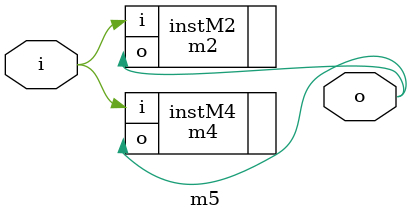
<source format=v>
module m5(i,o);
input i;
output o;
m4 instM4(.i(i),.o(o));
m2 instM2(.i(i),.o(o));
endmodule

</source>
